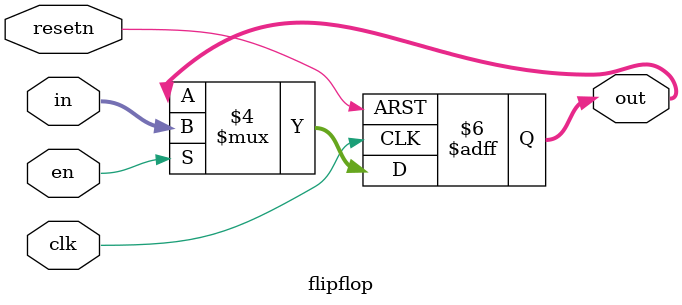
<source format=v>
module flipflop(
    input clk, en, resetn,
    input [31:0] in,
    output reg [31:0] out
);

    always @(posedge clk or negedge resetn) begin
        if (!resetn) begin
            out = 31'b0;
        end else if (en) begin
            out = in;
        end
    end
endmodule
</source>
